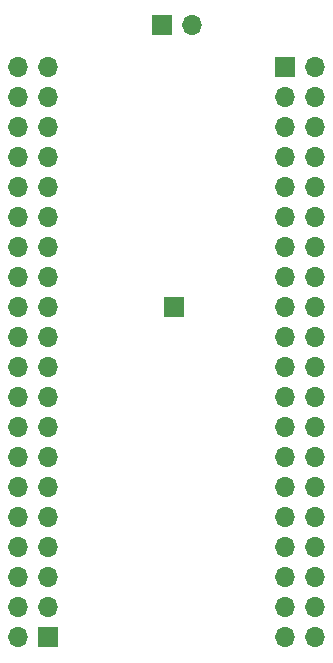
<source format=gbs>
G04 #@! TF.GenerationSoftware,KiCad,Pcbnew,7.0.10*
G04 #@! TF.CreationDate,2024-08-03T14:28:38+12:00*
G04 #@! TF.ProjectId,Z80 Bus Adapter,5a383020-4275-4732-9041-646170746572,rev?*
G04 #@! TF.SameCoordinates,Original*
G04 #@! TF.FileFunction,Soldermask,Bot*
G04 #@! TF.FilePolarity,Negative*
%FSLAX46Y46*%
G04 Gerber Fmt 4.6, Leading zero omitted, Abs format (unit mm)*
G04 Created by KiCad (PCBNEW 7.0.10) date 2024-08-03 14:28:38*
%MOMM*%
%LPD*%
G01*
G04 APERTURE LIST*
%ADD10R,1.700000X1.700000*%
%ADD11O,1.700000X1.700000*%
G04 APERTURE END LIST*
D10*
X110236000Y-38354000D03*
D11*
X112776000Y-38354000D03*
D10*
X111252000Y-62230000D03*
X120650000Y-41910000D03*
D11*
X123190000Y-41910000D03*
X120650000Y-44450000D03*
X123190000Y-44450000D03*
X120650000Y-46990000D03*
X123190000Y-46990000D03*
X120650000Y-49530000D03*
X123190000Y-49530000D03*
X120650000Y-52070000D03*
X123190000Y-52070000D03*
X120650000Y-54610000D03*
X123190000Y-54610000D03*
X120650000Y-57150000D03*
X123190000Y-57150000D03*
X120650000Y-59690000D03*
X123190000Y-59690000D03*
X120650000Y-62230000D03*
X123190000Y-62230000D03*
X120650000Y-64770000D03*
X123190000Y-64770000D03*
X120650000Y-67310000D03*
X123190000Y-67310000D03*
X120650000Y-69850000D03*
X123190000Y-69850000D03*
X120650000Y-72390000D03*
X123190000Y-72390000D03*
X120650000Y-74930000D03*
X123190000Y-74930000D03*
X120650000Y-77470000D03*
X123190000Y-77470000D03*
X120650000Y-80010000D03*
X123190000Y-80010000D03*
X120650000Y-82550000D03*
X123190000Y-82550000D03*
X120650000Y-85090000D03*
X123190000Y-85090000D03*
X120650000Y-87630000D03*
X123190000Y-87630000D03*
X120650000Y-90170000D03*
X123190000Y-90170000D03*
D10*
X100584000Y-90170000D03*
D11*
X98044000Y-90170000D03*
X100584000Y-87630000D03*
X98044000Y-87630000D03*
X100584000Y-85090000D03*
X98044000Y-85090000D03*
X100584000Y-82550000D03*
X98044000Y-82550000D03*
X100584000Y-80010000D03*
X98044000Y-80010000D03*
X100584000Y-77470000D03*
X98044000Y-77470000D03*
X100584000Y-74930000D03*
X98044000Y-74930000D03*
X100584000Y-72390000D03*
X98044000Y-72390000D03*
X100584000Y-69850000D03*
X98044000Y-69850000D03*
X100584000Y-67310000D03*
X98044000Y-67310000D03*
X100584000Y-64770000D03*
X98044000Y-64770000D03*
X100584000Y-62230000D03*
X98044000Y-62230000D03*
X100584000Y-59690000D03*
X98044000Y-59690000D03*
X100584000Y-57150000D03*
X98044000Y-57150000D03*
X100584000Y-54610000D03*
X98044000Y-54610000D03*
X100584000Y-52070000D03*
X98044000Y-52070000D03*
X100584000Y-49530000D03*
X98044000Y-49530000D03*
X100584000Y-46990000D03*
X98044000Y-46990000D03*
X100584000Y-44450000D03*
X98044000Y-44450000D03*
X100584000Y-41910000D03*
X98044000Y-41910000D03*
M02*

</source>
